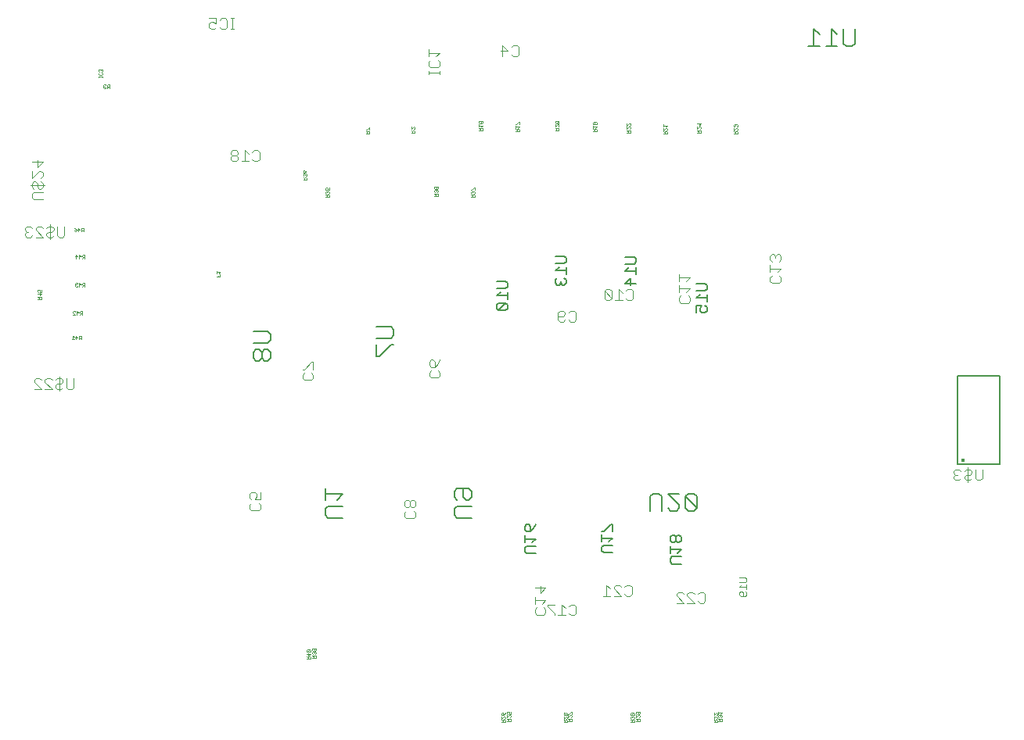
<source format=gbo>
G75*
%MOIN*%
%OFA0B0*%
%FSLAX25Y25*%
%IPPOS*%
%LPD*%
%AMOC8*
5,1,8,0,0,1.08239X$1,22.5*
%
%ADD10C,0.00400*%
%ADD11C,0.00100*%
%ADD12C,0.00500*%
%ADD13R,0.01575X0.01181*%
%ADD14C,0.00800*%
%ADD15C,0.00300*%
D10*
X0201881Y0213023D02*
X0201114Y0213790D01*
X0201114Y0215325D01*
X0201881Y0216092D01*
X0201881Y0217627D02*
X0202649Y0217627D01*
X0203416Y0218394D01*
X0203416Y0219929D01*
X0202649Y0220696D01*
X0201881Y0220696D01*
X0201114Y0219929D01*
X0201114Y0218394D01*
X0201881Y0217627D01*
X0203416Y0218394D02*
X0204183Y0217627D01*
X0204950Y0217627D01*
X0205718Y0218394D01*
X0205718Y0219929D01*
X0204950Y0220696D01*
X0204183Y0220696D01*
X0203416Y0219929D01*
X0204950Y0216092D02*
X0205718Y0215325D01*
X0205718Y0213790D01*
X0204950Y0213023D01*
X0201881Y0213023D01*
X0256614Y0183283D02*
X0261218Y0183283D01*
X0258916Y0180981D01*
X0258916Y0184050D01*
X0256614Y0179446D02*
X0256614Y0176377D01*
X0256614Y0177911D02*
X0261218Y0177911D01*
X0259683Y0176377D01*
X0260450Y0174842D02*
X0261218Y0174075D01*
X0261218Y0172540D01*
X0260450Y0171773D01*
X0257381Y0171773D01*
X0256614Y0172540D01*
X0256614Y0174075D01*
X0257381Y0174842D01*
X0261937Y0175359D02*
X0261937Y0176127D01*
X0265006Y0176127D01*
X0268075Y0176127D02*
X0268075Y0171523D01*
X0266541Y0171523D02*
X0269610Y0171523D01*
X0271145Y0172290D02*
X0271912Y0171523D01*
X0273447Y0171523D01*
X0274214Y0172290D01*
X0274214Y0175359D01*
X0273447Y0176127D01*
X0271912Y0176127D01*
X0271145Y0175359D01*
X0269610Y0174592D02*
X0268075Y0176127D01*
X0265006Y0172290D02*
X0261937Y0175359D01*
X0265006Y0172290D02*
X0265006Y0171523D01*
X0285687Y0179773D02*
X0288756Y0179773D01*
X0287221Y0179773D02*
X0287221Y0184377D01*
X0288756Y0182842D01*
X0290291Y0182842D02*
X0290291Y0183609D01*
X0291058Y0184377D01*
X0292593Y0184377D01*
X0293360Y0183609D01*
X0294895Y0183609D02*
X0295662Y0184377D01*
X0297197Y0184377D01*
X0297964Y0183609D01*
X0297964Y0180540D01*
X0297197Y0179773D01*
X0295662Y0179773D01*
X0294895Y0180540D01*
X0293360Y0179773D02*
X0290291Y0179773D01*
X0293360Y0179773D02*
X0290291Y0182842D01*
X0316937Y0180609D02*
X0316937Y0179842D01*
X0320006Y0176773D01*
X0316937Y0176773D01*
X0316937Y0180609D02*
X0317704Y0181377D01*
X0319239Y0181377D01*
X0320006Y0180609D01*
X0321541Y0180609D02*
X0321541Y0179842D01*
X0324610Y0176773D01*
X0321541Y0176773D01*
X0321541Y0180609D02*
X0322308Y0181377D01*
X0323843Y0181377D01*
X0324610Y0180609D01*
X0326145Y0180609D02*
X0326912Y0181377D01*
X0328447Y0181377D01*
X0329214Y0180609D01*
X0329214Y0177540D01*
X0328447Y0176773D01*
X0326912Y0176773D01*
X0326145Y0177540D01*
X0216218Y0273582D02*
X0215450Y0272815D01*
X0212381Y0272815D01*
X0211614Y0273582D01*
X0211614Y0275117D01*
X0212381Y0275884D01*
X0212381Y0277419D02*
X0211614Y0278186D01*
X0211614Y0279721D01*
X0212381Y0280488D01*
X0213149Y0280488D01*
X0213916Y0279721D01*
X0213916Y0277419D01*
X0212381Y0277419D01*
X0213916Y0277419D02*
X0215450Y0278954D01*
X0216218Y0280488D01*
X0215450Y0275884D02*
X0216218Y0275117D01*
X0216218Y0273582D01*
X0266499Y0297540D02*
X0267266Y0296773D01*
X0268801Y0296773D01*
X0269568Y0297540D01*
X0271102Y0297540D02*
X0271870Y0296773D01*
X0273404Y0296773D01*
X0274172Y0297540D01*
X0274172Y0300609D01*
X0273404Y0301377D01*
X0271870Y0301377D01*
X0271102Y0300609D01*
X0269568Y0300609D02*
X0269568Y0299842D01*
X0268801Y0299075D01*
X0266499Y0299075D01*
X0266499Y0300609D02*
X0267266Y0301377D01*
X0268801Y0301377D01*
X0269568Y0300609D01*
X0266499Y0300609D02*
X0266499Y0297540D01*
X0286249Y0306790D02*
X0287016Y0306023D01*
X0288551Y0306023D01*
X0289318Y0306790D01*
X0286249Y0309859D01*
X0286249Y0306790D01*
X0289318Y0306790D02*
X0289318Y0309859D01*
X0288551Y0310627D01*
X0287016Y0310627D01*
X0286249Y0309859D01*
X0290852Y0306023D02*
X0293922Y0306023D01*
X0292387Y0306023D02*
X0292387Y0310627D01*
X0293922Y0309092D01*
X0295456Y0309859D02*
X0296224Y0310627D01*
X0297758Y0310627D01*
X0298526Y0309859D01*
X0298526Y0306790D01*
X0297758Y0306023D01*
X0296224Y0306023D01*
X0295456Y0306790D01*
X0318114Y0307075D02*
X0318881Y0307842D01*
X0318114Y0307075D02*
X0318114Y0305540D01*
X0318881Y0304773D01*
X0321950Y0304773D01*
X0322718Y0305540D01*
X0322718Y0307075D01*
X0321950Y0307842D01*
X0321183Y0309377D02*
X0322718Y0310911D01*
X0318114Y0310911D01*
X0318114Y0309377D02*
X0318114Y0312446D01*
X0318114Y0313981D02*
X0318114Y0317050D01*
X0318114Y0315515D02*
X0322718Y0315515D01*
X0321183Y0313981D01*
X0356864Y0313978D02*
X0356864Y0315513D01*
X0357631Y0316280D01*
X0356864Y0317815D02*
X0356864Y0320884D01*
X0356864Y0319350D02*
X0361468Y0319350D01*
X0359933Y0317815D01*
X0360700Y0316280D02*
X0361468Y0315513D01*
X0361468Y0313978D01*
X0360700Y0313211D01*
X0357631Y0313211D01*
X0356864Y0313978D01*
X0357631Y0322419D02*
X0356864Y0323186D01*
X0356864Y0324721D01*
X0357631Y0325488D01*
X0358399Y0325488D01*
X0359166Y0324721D01*
X0359166Y0323954D01*
X0359166Y0324721D02*
X0359933Y0325488D01*
X0360700Y0325488D01*
X0361468Y0324721D01*
X0361468Y0323186D01*
X0360700Y0322419D01*
X0441182Y0234528D02*
X0441182Y0228389D01*
X0440415Y0229157D02*
X0439648Y0229924D01*
X0439648Y0230691D01*
X0440415Y0231459D01*
X0441950Y0231459D01*
X0442717Y0232226D01*
X0442717Y0232993D01*
X0441950Y0233761D01*
X0440415Y0233761D01*
X0439648Y0232993D01*
X0438113Y0232993D02*
X0437346Y0233761D01*
X0435811Y0233761D01*
X0435044Y0232993D01*
X0435044Y0232226D01*
X0435811Y0231459D01*
X0435044Y0230691D01*
X0435044Y0229924D01*
X0435811Y0229157D01*
X0437346Y0229157D01*
X0438113Y0229924D01*
X0436578Y0231459D02*
X0435811Y0231459D01*
X0440415Y0229157D02*
X0441950Y0229157D01*
X0442717Y0229924D01*
X0444252Y0229924D02*
X0444252Y0233761D01*
X0447321Y0233761D02*
X0447321Y0229924D01*
X0446554Y0229157D01*
X0445019Y0229157D01*
X0444252Y0229924D01*
X0249714Y0410790D02*
X0248947Y0410023D01*
X0247412Y0410023D01*
X0246645Y0410790D01*
X0245110Y0412325D02*
X0242041Y0412325D01*
X0242808Y0414627D02*
X0245110Y0412325D01*
X0246645Y0413859D02*
X0247412Y0414627D01*
X0248947Y0414627D01*
X0249714Y0413859D01*
X0249714Y0410790D01*
X0242808Y0410023D02*
X0242808Y0414627D01*
X0216010Y0411402D02*
X0211407Y0411402D01*
X0211407Y0409868D02*
X0211407Y0412937D01*
X0214476Y0409868D02*
X0216010Y0411402D01*
X0215243Y0408333D02*
X0216010Y0407566D01*
X0216010Y0406031D01*
X0215243Y0405264D01*
X0212174Y0405264D01*
X0211407Y0406031D01*
X0211407Y0407566D01*
X0212174Y0408333D01*
X0211407Y0403729D02*
X0211407Y0402194D01*
X0211407Y0402962D02*
X0216010Y0402962D01*
X0216010Y0403729D02*
X0216010Y0402194D01*
X0139276Y0369109D02*
X0139276Y0366040D01*
X0138508Y0365273D01*
X0136974Y0365273D01*
X0136206Y0366040D01*
X0134672Y0365273D02*
X0131602Y0365273D01*
X0133137Y0365273D02*
X0133137Y0369877D01*
X0134672Y0368342D01*
X0136206Y0369109D02*
X0136974Y0369877D01*
X0138508Y0369877D01*
X0139276Y0369109D01*
X0130068Y0369109D02*
X0130068Y0368342D01*
X0129301Y0367575D01*
X0127766Y0367575D01*
X0126999Y0366807D01*
X0126999Y0366040D01*
X0127766Y0365273D01*
X0129301Y0365273D01*
X0130068Y0366040D01*
X0130068Y0366807D01*
X0129301Y0367575D01*
X0127766Y0367575D02*
X0126999Y0368342D01*
X0126999Y0369109D01*
X0127766Y0369877D01*
X0129301Y0369877D01*
X0130068Y0369109D01*
X0128568Y0421582D02*
X0127033Y0421582D01*
X0127801Y0421582D02*
X0127801Y0426186D01*
X0128568Y0426186D02*
X0127033Y0426186D01*
X0125499Y0425419D02*
X0125499Y0422349D01*
X0124731Y0421582D01*
X0123197Y0421582D01*
X0122429Y0422349D01*
X0120895Y0422349D02*
X0120127Y0421582D01*
X0118593Y0421582D01*
X0117825Y0422349D01*
X0117825Y0423884D01*
X0118593Y0424651D01*
X0119360Y0424651D01*
X0120895Y0423884D01*
X0120895Y0426186D01*
X0117825Y0426186D01*
X0122429Y0425419D02*
X0123197Y0426186D01*
X0124731Y0426186D01*
X0125499Y0425419D01*
X0046968Y0364971D02*
X0044666Y0362669D01*
X0044666Y0365738D01*
X0042364Y0364971D02*
X0046968Y0364971D01*
X0046200Y0361134D02*
X0046968Y0360367D01*
X0046968Y0358832D01*
X0046200Y0358065D01*
X0046200Y0356530D02*
X0046968Y0355763D01*
X0046968Y0354228D01*
X0046200Y0353461D01*
X0045433Y0353461D01*
X0044666Y0354228D01*
X0044666Y0355763D01*
X0043899Y0356530D01*
X0043131Y0356530D01*
X0042364Y0355763D01*
X0042364Y0354228D01*
X0043131Y0353461D01*
X0043131Y0351926D02*
X0046968Y0351926D01*
X0046968Y0348857D02*
X0043131Y0348857D01*
X0042364Y0349624D01*
X0042364Y0351159D01*
X0043131Y0351926D01*
X0041597Y0354996D02*
X0047735Y0354996D01*
X0042364Y0358065D02*
X0045433Y0361134D01*
X0046200Y0361134D01*
X0042364Y0361134D02*
X0042364Y0358065D01*
X0041635Y0337377D02*
X0040100Y0337377D01*
X0039333Y0336609D01*
X0039333Y0335842D01*
X0040100Y0335075D01*
X0039333Y0334307D01*
X0039333Y0333540D01*
X0040100Y0332773D01*
X0041635Y0332773D01*
X0042402Y0333540D01*
X0043937Y0332773D02*
X0047006Y0332773D01*
X0043937Y0335842D01*
X0043937Y0336609D01*
X0044704Y0337377D01*
X0046239Y0337377D01*
X0047006Y0336609D01*
X0048541Y0336609D02*
X0049308Y0337377D01*
X0050843Y0337377D01*
X0051610Y0336609D01*
X0051610Y0335842D01*
X0050843Y0335075D01*
X0049308Y0335075D01*
X0048541Y0334307D01*
X0048541Y0333540D01*
X0049308Y0332773D01*
X0050843Y0332773D01*
X0051610Y0333540D01*
X0053145Y0333540D02*
X0053145Y0337377D01*
X0056214Y0337377D02*
X0056214Y0333540D01*
X0055447Y0332773D01*
X0053912Y0332773D01*
X0053145Y0333540D01*
X0050075Y0332006D02*
X0050075Y0338144D01*
X0042402Y0336609D02*
X0041635Y0337377D01*
X0040867Y0335075D02*
X0040100Y0335075D01*
X0053991Y0273394D02*
X0053991Y0267256D01*
X0053224Y0268023D02*
X0052456Y0268790D01*
X0052456Y0269557D01*
X0053224Y0270325D01*
X0054758Y0270325D01*
X0055526Y0271092D01*
X0055526Y0271859D01*
X0054758Y0272627D01*
X0053224Y0272627D01*
X0052456Y0271859D01*
X0050922Y0271859D02*
X0050154Y0272627D01*
X0048620Y0272627D01*
X0047852Y0271859D01*
X0047852Y0271092D01*
X0050922Y0268023D01*
X0047852Y0268023D01*
X0046318Y0268023D02*
X0043249Y0271092D01*
X0043249Y0271859D01*
X0044016Y0272627D01*
X0045551Y0272627D01*
X0046318Y0271859D01*
X0046318Y0268023D02*
X0043249Y0268023D01*
X0053224Y0268023D02*
X0054758Y0268023D01*
X0055526Y0268790D01*
X0057060Y0268790D02*
X0057828Y0268023D01*
X0059362Y0268023D01*
X0060130Y0268790D01*
X0060130Y0272627D01*
X0057060Y0272627D02*
X0057060Y0268790D01*
X0135114Y0223221D02*
X0135114Y0221686D01*
X0135881Y0220919D01*
X0135881Y0219384D02*
X0135114Y0218617D01*
X0135114Y0217082D01*
X0135881Y0216315D01*
X0138950Y0216315D01*
X0139718Y0217082D01*
X0139718Y0218617D01*
X0138950Y0219384D01*
X0139718Y0220919D02*
X0137416Y0220919D01*
X0138183Y0222454D01*
X0138183Y0223221D01*
X0137416Y0223988D01*
X0135881Y0223988D01*
X0135114Y0223221D01*
X0139718Y0223988D02*
X0139718Y0220919D01*
X0158381Y0271815D02*
X0157614Y0272582D01*
X0157614Y0274117D01*
X0158381Y0274884D01*
X0158381Y0276419D02*
X0157614Y0276419D01*
X0158381Y0276419D02*
X0161450Y0279488D01*
X0162218Y0279488D01*
X0162218Y0276419D01*
X0161450Y0274884D02*
X0162218Y0274117D01*
X0162218Y0272582D01*
X0161450Y0271815D01*
X0158381Y0271815D01*
D11*
X0159464Y0152873D02*
X0160965Y0152873D01*
X0160965Y0153623D01*
X0160715Y0153874D01*
X0160215Y0153874D01*
X0159964Y0153623D01*
X0159964Y0152873D01*
X0159964Y0153373D02*
X0159464Y0153874D01*
X0160215Y0154346D02*
X0160215Y0155347D01*
X0160715Y0155819D02*
X0160965Y0156070D01*
X0160965Y0156570D01*
X0160715Y0156820D01*
X0159714Y0155819D01*
X0159464Y0156070D01*
X0159464Y0156570D01*
X0159714Y0156820D01*
X0160715Y0156820D01*
X0160715Y0155819D02*
X0159714Y0155819D01*
X0159464Y0155097D02*
X0160965Y0155097D01*
X0160215Y0154346D01*
X0161864Y0154454D02*
X0162364Y0153953D01*
X0162364Y0154204D02*
X0162364Y0153453D01*
X0161864Y0153453D02*
X0163365Y0153453D01*
X0163365Y0154204D01*
X0163115Y0154454D01*
X0162615Y0154454D01*
X0162364Y0154204D01*
X0162114Y0154926D02*
X0161864Y0155177D01*
X0161864Y0155677D01*
X0162114Y0155927D01*
X0162364Y0155927D01*
X0162615Y0155677D01*
X0162615Y0155427D01*
X0162615Y0155677D02*
X0162865Y0155927D01*
X0163115Y0155927D01*
X0163365Y0155677D01*
X0163365Y0155177D01*
X0163115Y0154926D01*
X0163115Y0156400D02*
X0162865Y0156400D01*
X0162615Y0156650D01*
X0162615Y0157400D01*
X0163115Y0157400D02*
X0163365Y0157150D01*
X0163365Y0156650D01*
X0163115Y0156400D01*
X0163115Y0157400D02*
X0162114Y0157400D01*
X0161864Y0157150D01*
X0161864Y0156650D01*
X0162114Y0156400D01*
X0242464Y0129570D02*
X0242714Y0129820D01*
X0242964Y0129820D01*
X0243215Y0129570D01*
X0243215Y0128819D01*
X0242714Y0128819D01*
X0242464Y0129070D01*
X0242464Y0129570D01*
X0243215Y0128819D02*
X0243715Y0129320D01*
X0243965Y0129820D01*
X0244864Y0129650D02*
X0245114Y0129400D01*
X0244864Y0129650D02*
X0244864Y0130150D01*
X0245114Y0130400D01*
X0245615Y0130400D01*
X0245865Y0130150D01*
X0245865Y0129900D01*
X0245615Y0129400D01*
X0246365Y0129400D01*
X0246365Y0130400D01*
X0246115Y0128927D02*
X0246365Y0128677D01*
X0246365Y0128177D01*
X0246115Y0127926D01*
X0246115Y0127454D02*
X0245615Y0127454D01*
X0245364Y0127204D01*
X0245364Y0126453D01*
X0244864Y0126453D02*
X0246365Y0126453D01*
X0246365Y0127204D01*
X0246115Y0127454D01*
X0245364Y0126953D02*
X0244864Y0127454D01*
X0244864Y0127926D02*
X0245865Y0128927D01*
X0246115Y0128927D01*
X0244864Y0128927D02*
X0244864Y0127926D01*
X0243965Y0128097D02*
X0243965Y0127596D01*
X0243715Y0127346D01*
X0243715Y0126874D02*
X0243215Y0126874D01*
X0242964Y0126623D01*
X0242964Y0125873D01*
X0242464Y0125873D02*
X0243965Y0125873D01*
X0243965Y0126623D01*
X0243715Y0126874D01*
X0242964Y0126373D02*
X0242464Y0126874D01*
X0242464Y0127346D02*
X0243465Y0128347D01*
X0243715Y0128347D01*
X0243965Y0128097D01*
X0242464Y0128347D02*
X0242464Y0127346D01*
X0268964Y0127346D02*
X0269965Y0128347D01*
X0270215Y0128347D01*
X0270465Y0128097D01*
X0270465Y0127596D01*
X0270215Y0127346D01*
X0270215Y0126874D02*
X0269715Y0126874D01*
X0269464Y0126623D01*
X0269464Y0125873D01*
X0268964Y0125873D02*
X0270465Y0125873D01*
X0270465Y0126623D01*
X0270215Y0126874D01*
X0270864Y0126453D02*
X0272365Y0126453D01*
X0272365Y0127204D01*
X0272115Y0127454D01*
X0271615Y0127454D01*
X0271364Y0127204D01*
X0271364Y0126453D01*
X0271364Y0126953D02*
X0270864Y0127454D01*
X0270864Y0127926D02*
X0271865Y0128927D01*
X0272115Y0128927D01*
X0272365Y0128677D01*
X0272365Y0128177D01*
X0272115Y0127926D01*
X0270864Y0127926D02*
X0270864Y0128927D01*
X0270465Y0129070D02*
X0270465Y0129570D01*
X0270215Y0129820D01*
X0269965Y0129820D01*
X0269715Y0129570D01*
X0269715Y0129070D01*
X0269965Y0128819D01*
X0270215Y0128819D01*
X0270465Y0129070D01*
X0270864Y0129400D02*
X0271114Y0129400D01*
X0272115Y0130400D01*
X0272365Y0130400D01*
X0272365Y0129400D01*
X0269715Y0129570D02*
X0269464Y0129820D01*
X0269214Y0129820D01*
X0268964Y0129570D01*
X0268964Y0129070D01*
X0269214Y0128819D01*
X0269464Y0128819D01*
X0269715Y0129070D01*
X0268964Y0128347D02*
X0268964Y0127346D01*
X0268964Y0126874D02*
X0269464Y0126373D01*
X0297464Y0126874D02*
X0297964Y0126373D01*
X0297964Y0126623D02*
X0297964Y0125873D01*
X0297464Y0125873D02*
X0298965Y0125873D01*
X0298965Y0126623D01*
X0298715Y0126874D01*
X0298215Y0126874D01*
X0297964Y0126623D01*
X0297714Y0127346D02*
X0297464Y0127596D01*
X0297464Y0128097D01*
X0297714Y0128347D01*
X0297964Y0128347D01*
X0298215Y0128097D01*
X0298215Y0127847D01*
X0298215Y0128097D02*
X0298465Y0128347D01*
X0298715Y0128347D01*
X0298965Y0128097D01*
X0298965Y0127596D01*
X0298715Y0127346D01*
X0299864Y0127454D02*
X0300364Y0126953D01*
X0300364Y0127204D02*
X0300364Y0126453D01*
X0299864Y0126453D02*
X0301365Y0126453D01*
X0301365Y0127204D01*
X0301115Y0127454D01*
X0300615Y0127454D01*
X0300364Y0127204D01*
X0299864Y0127926D02*
X0300865Y0128927D01*
X0301115Y0128927D01*
X0301365Y0128677D01*
X0301365Y0128177D01*
X0301115Y0127926D01*
X0299864Y0127926D02*
X0299864Y0128927D01*
X0300114Y0129400D02*
X0299864Y0129650D01*
X0299864Y0130150D01*
X0300114Y0130400D01*
X0301115Y0130400D01*
X0301365Y0130150D01*
X0301365Y0129650D01*
X0301115Y0129400D01*
X0300865Y0129400D01*
X0300615Y0129650D01*
X0300615Y0130400D01*
X0298965Y0129570D02*
X0298715Y0129820D01*
X0297714Y0128819D01*
X0297464Y0129070D01*
X0297464Y0129570D01*
X0297714Y0129820D01*
X0298715Y0129820D01*
X0298965Y0129570D02*
X0298965Y0129070D01*
X0298715Y0128819D01*
X0297714Y0128819D01*
X0332964Y0128819D02*
X0333965Y0129820D01*
X0334215Y0129820D01*
X0334465Y0129570D01*
X0334465Y0129070D01*
X0334215Y0128819D01*
X0334215Y0128347D02*
X0333965Y0128347D01*
X0333715Y0128097D01*
X0333464Y0128347D01*
X0333214Y0128347D01*
X0332964Y0128097D01*
X0332964Y0127596D01*
X0333214Y0127346D01*
X0332964Y0126874D02*
X0333464Y0126373D01*
X0333464Y0126623D02*
X0333464Y0125873D01*
X0332964Y0125873D02*
X0334465Y0125873D01*
X0334465Y0126623D01*
X0334215Y0126874D01*
X0333715Y0126874D01*
X0333464Y0126623D01*
X0334215Y0127346D02*
X0334465Y0127596D01*
X0334465Y0128097D01*
X0334215Y0128347D01*
X0333715Y0128097D02*
X0333715Y0127847D01*
X0334864Y0128177D02*
X0335114Y0127926D01*
X0334864Y0128177D02*
X0334864Y0128677D01*
X0335114Y0128927D01*
X0335364Y0128927D01*
X0335615Y0128677D01*
X0335615Y0128427D01*
X0335615Y0128677D02*
X0335865Y0128927D01*
X0336115Y0128927D01*
X0336365Y0128677D01*
X0336365Y0128177D01*
X0336115Y0127926D01*
X0336115Y0127454D02*
X0335615Y0127454D01*
X0335364Y0127204D01*
X0335364Y0126453D01*
X0334864Y0126453D02*
X0336365Y0126453D01*
X0336365Y0127204D01*
X0336115Y0127454D01*
X0335364Y0126953D02*
X0334864Y0127454D01*
X0334864Y0129400D02*
X0334864Y0130400D01*
X0334864Y0129900D02*
X0336365Y0129900D01*
X0335865Y0129400D01*
X0332964Y0129820D02*
X0332964Y0128819D01*
X0122465Y0315873D02*
X0122465Y0316874D01*
X0121965Y0317346D02*
X0122465Y0317847D01*
X0120964Y0317847D01*
X0120964Y0318347D02*
X0120964Y0317346D01*
X0121715Y0316373D02*
X0121715Y0315873D01*
X0122465Y0315873D02*
X0120964Y0315873D01*
X0167464Y0349873D02*
X0168965Y0349873D01*
X0168965Y0350623D01*
X0168715Y0350874D01*
X0168215Y0350874D01*
X0167964Y0350623D01*
X0167964Y0349873D01*
X0167964Y0350373D02*
X0167464Y0350874D01*
X0167714Y0351346D02*
X0167464Y0351596D01*
X0167464Y0352097D01*
X0167714Y0352347D01*
X0167964Y0352347D01*
X0168215Y0352097D01*
X0168215Y0351847D01*
X0168215Y0352097D02*
X0168465Y0352347D01*
X0168715Y0352347D01*
X0168965Y0352097D01*
X0168965Y0351596D01*
X0168715Y0351346D01*
X0168965Y0352819D02*
X0168215Y0352819D01*
X0168465Y0353320D01*
X0168465Y0353570D01*
X0168215Y0353820D01*
X0167714Y0353820D01*
X0167464Y0353570D01*
X0167464Y0353070D01*
X0167714Y0352819D01*
X0168965Y0352819D02*
X0168965Y0353820D01*
X0159465Y0357373D02*
X0159465Y0358123D01*
X0159215Y0358374D01*
X0158715Y0358374D01*
X0158464Y0358123D01*
X0158464Y0357373D01*
X0157964Y0357373D02*
X0159465Y0357373D01*
X0158464Y0357873D02*
X0157964Y0358374D01*
X0158214Y0358846D02*
X0157964Y0359096D01*
X0157964Y0359597D01*
X0158214Y0359847D01*
X0158464Y0359847D01*
X0158715Y0359597D01*
X0158715Y0359347D01*
X0158715Y0359597D02*
X0158965Y0359847D01*
X0159215Y0359847D01*
X0159465Y0359597D01*
X0159465Y0359096D01*
X0159215Y0358846D01*
X0158715Y0360319D02*
X0158715Y0361070D01*
X0158464Y0361320D01*
X0158214Y0361320D01*
X0157964Y0361070D01*
X0157964Y0360570D01*
X0158214Y0360319D01*
X0158715Y0360319D01*
X0159215Y0360820D01*
X0159465Y0361320D01*
X0184714Y0377123D02*
X0186215Y0377123D01*
X0186215Y0377873D01*
X0185965Y0378124D01*
X0185465Y0378124D01*
X0185214Y0377873D01*
X0185214Y0377123D01*
X0185214Y0377623D02*
X0184714Y0378124D01*
X0184714Y0378596D02*
X0184964Y0378596D01*
X0185965Y0379597D01*
X0186215Y0379597D01*
X0186215Y0378596D01*
X0203964Y0378374D02*
X0204464Y0377873D01*
X0204464Y0378123D02*
X0204464Y0377373D01*
X0203964Y0377373D02*
X0205465Y0377373D01*
X0205465Y0378123D01*
X0205215Y0378374D01*
X0204715Y0378374D01*
X0204464Y0378123D01*
X0203964Y0378846D02*
X0204965Y0379847D01*
X0205215Y0379847D01*
X0205465Y0379597D01*
X0205465Y0379096D01*
X0205215Y0378846D01*
X0203964Y0378846D02*
X0203964Y0379847D01*
X0214114Y0354400D02*
X0213864Y0354150D01*
X0213864Y0353650D01*
X0214114Y0353400D01*
X0214364Y0353400D01*
X0214615Y0353650D01*
X0214615Y0354150D01*
X0214364Y0354400D01*
X0214114Y0354400D01*
X0214615Y0354150D02*
X0214865Y0354400D01*
X0215115Y0354400D01*
X0215365Y0354150D01*
X0215365Y0353650D01*
X0215115Y0353400D01*
X0214865Y0353400D01*
X0214615Y0353650D01*
X0214865Y0352927D02*
X0214615Y0352677D01*
X0214364Y0352927D01*
X0214114Y0352927D01*
X0213864Y0352677D01*
X0213864Y0352177D01*
X0214114Y0351926D01*
X0213864Y0351454D02*
X0214364Y0350953D01*
X0214364Y0351204D02*
X0214364Y0350453D01*
X0213864Y0350453D02*
X0215365Y0350453D01*
X0215365Y0351204D01*
X0215115Y0351454D01*
X0214615Y0351454D01*
X0214364Y0351204D01*
X0215115Y0351926D02*
X0215365Y0352177D01*
X0215365Y0352677D01*
X0215115Y0352927D01*
X0214865Y0352927D01*
X0214615Y0352677D02*
X0214615Y0352427D01*
X0229464Y0352097D02*
X0229464Y0351596D01*
X0229714Y0351346D01*
X0229464Y0350874D02*
X0229964Y0350373D01*
X0229964Y0350623D02*
X0229964Y0349873D01*
X0229464Y0349873D02*
X0230965Y0349873D01*
X0230965Y0350623D01*
X0230715Y0350874D01*
X0230215Y0350874D01*
X0229964Y0350623D01*
X0230715Y0351346D02*
X0230965Y0351596D01*
X0230965Y0352097D01*
X0230715Y0352347D01*
X0230465Y0352347D01*
X0230215Y0352097D01*
X0229964Y0352347D01*
X0229714Y0352347D01*
X0229464Y0352097D01*
X0229464Y0352819D02*
X0229714Y0352819D01*
X0230715Y0353820D01*
X0230965Y0353820D01*
X0230965Y0352819D01*
X0230215Y0352097D02*
X0230215Y0351847D01*
X0232864Y0378453D02*
X0234365Y0378453D01*
X0234365Y0379204D01*
X0234115Y0379454D01*
X0233615Y0379454D01*
X0233364Y0379204D01*
X0233364Y0378453D01*
X0233364Y0378953D02*
X0232864Y0379454D01*
X0232864Y0379926D02*
X0232864Y0380927D01*
X0232864Y0380427D02*
X0234365Y0380427D01*
X0233865Y0379926D01*
X0233865Y0381400D02*
X0234115Y0381400D01*
X0234365Y0381650D01*
X0234365Y0382150D01*
X0234115Y0382400D01*
X0233865Y0382400D01*
X0233615Y0382150D01*
X0233615Y0381650D01*
X0233865Y0381400D01*
X0233615Y0381650D02*
X0233364Y0381400D01*
X0233114Y0381400D01*
X0232864Y0381650D01*
X0232864Y0382150D01*
X0233114Y0382400D01*
X0233364Y0382400D01*
X0233615Y0382150D01*
X0248464Y0380819D02*
X0248714Y0380819D01*
X0249715Y0381820D01*
X0249965Y0381820D01*
X0249965Y0380819D01*
X0249965Y0379847D02*
X0248464Y0379847D01*
X0248464Y0380347D02*
X0248464Y0379346D01*
X0248464Y0378874D02*
X0248964Y0378373D01*
X0248964Y0378623D02*
X0248964Y0377873D01*
X0248464Y0377873D02*
X0249965Y0377873D01*
X0249965Y0378623D01*
X0249715Y0378874D01*
X0249215Y0378874D01*
X0248964Y0378623D01*
X0249465Y0379346D02*
X0249965Y0379847D01*
X0265364Y0379926D02*
X0266365Y0380927D01*
X0266615Y0380927D01*
X0266865Y0380677D01*
X0266865Y0380177D01*
X0266615Y0379926D01*
X0266615Y0379454D02*
X0266115Y0379454D01*
X0265864Y0379204D01*
X0265864Y0378453D01*
X0265364Y0378453D02*
X0266865Y0378453D01*
X0266865Y0379204D01*
X0266615Y0379454D01*
X0265864Y0378953D02*
X0265364Y0379454D01*
X0265364Y0379926D02*
X0265364Y0380927D01*
X0265614Y0381400D02*
X0266615Y0382400D01*
X0265614Y0382400D01*
X0265364Y0382150D01*
X0265364Y0381650D01*
X0265614Y0381400D01*
X0266615Y0381400D01*
X0266865Y0381650D01*
X0266865Y0382150D01*
X0266615Y0382400D01*
X0281464Y0381570D02*
X0281714Y0381820D01*
X0282715Y0381820D01*
X0282965Y0381570D01*
X0282965Y0381070D01*
X0282715Y0380819D01*
X0282465Y0380819D01*
X0282215Y0381070D01*
X0282215Y0381820D01*
X0281464Y0381570D02*
X0281464Y0381070D01*
X0281714Y0380819D01*
X0281464Y0380347D02*
X0281464Y0379346D01*
X0281464Y0378874D02*
X0281964Y0378373D01*
X0281964Y0378623D02*
X0281964Y0377873D01*
X0281464Y0377873D02*
X0282965Y0377873D01*
X0282965Y0378623D01*
X0282715Y0378874D01*
X0282215Y0378874D01*
X0281964Y0378623D01*
X0282465Y0379346D02*
X0282965Y0379847D01*
X0281464Y0379847D01*
X0295864Y0379927D02*
X0295864Y0378926D01*
X0296865Y0379927D01*
X0297115Y0379927D01*
X0297365Y0379677D01*
X0297365Y0379177D01*
X0297115Y0378926D01*
X0297115Y0378454D02*
X0296615Y0378454D01*
X0296364Y0378204D01*
X0296364Y0377453D01*
X0295864Y0377453D02*
X0297365Y0377453D01*
X0297365Y0378204D01*
X0297115Y0378454D01*
X0296364Y0377953D02*
X0295864Y0378454D01*
X0295864Y0380400D02*
X0296865Y0381400D01*
X0297115Y0381400D01*
X0297365Y0381150D01*
X0297365Y0380650D01*
X0297115Y0380400D01*
X0295864Y0380400D02*
X0295864Y0381400D01*
X0311464Y0380820D02*
X0311464Y0379819D01*
X0311464Y0379347D02*
X0311464Y0378346D01*
X0312465Y0379347D01*
X0312715Y0379347D01*
X0312965Y0379097D01*
X0312965Y0378596D01*
X0312715Y0378346D01*
X0312715Y0377874D02*
X0312215Y0377874D01*
X0311964Y0377623D01*
X0311964Y0376873D01*
X0311464Y0376873D02*
X0312965Y0376873D01*
X0312965Y0377623D01*
X0312715Y0377874D01*
X0311964Y0377373D02*
X0311464Y0377874D01*
X0312465Y0379819D02*
X0312965Y0380320D01*
X0311464Y0380320D01*
X0325864Y0379927D02*
X0325864Y0378926D01*
X0326865Y0379927D01*
X0327115Y0379927D01*
X0327365Y0379677D01*
X0327365Y0379177D01*
X0327115Y0378926D01*
X0327115Y0378454D02*
X0326615Y0378454D01*
X0326364Y0378204D01*
X0326364Y0377453D01*
X0325864Y0377453D02*
X0327365Y0377453D01*
X0327365Y0378204D01*
X0327115Y0378454D01*
X0326364Y0377953D02*
X0325864Y0378454D01*
X0326615Y0380400D02*
X0326615Y0381400D01*
X0327365Y0381150D02*
X0325864Y0381150D01*
X0326615Y0380400D02*
X0327365Y0381150D01*
X0341464Y0380570D02*
X0341464Y0380070D01*
X0341714Y0379819D01*
X0341464Y0379347D02*
X0341464Y0378346D01*
X0342465Y0379347D01*
X0342715Y0379347D01*
X0342965Y0379097D01*
X0342965Y0378596D01*
X0342715Y0378346D01*
X0342715Y0377874D02*
X0342215Y0377874D01*
X0341964Y0377623D01*
X0341964Y0376873D01*
X0341464Y0376873D02*
X0342965Y0376873D01*
X0342965Y0377623D01*
X0342715Y0377874D01*
X0341964Y0377373D02*
X0341464Y0377874D01*
X0342715Y0379819D02*
X0342965Y0380070D01*
X0342965Y0380570D01*
X0342715Y0380820D01*
X0342465Y0380820D01*
X0342215Y0380570D01*
X0341964Y0380820D01*
X0341714Y0380820D01*
X0341464Y0380570D01*
X0342215Y0380570D02*
X0342215Y0380320D01*
X0075364Y0396373D02*
X0075364Y0397874D01*
X0074613Y0397874D01*
X0074363Y0397624D01*
X0074363Y0397123D01*
X0074613Y0396873D01*
X0075364Y0396873D01*
X0074863Y0396873D02*
X0074363Y0396373D01*
X0073891Y0396623D02*
X0073640Y0396373D01*
X0073140Y0396373D01*
X0072890Y0396623D01*
X0072890Y0396873D01*
X0073140Y0397123D01*
X0073390Y0397123D01*
X0073140Y0397123D02*
X0072890Y0397374D01*
X0072890Y0397624D01*
X0073140Y0397874D01*
X0073640Y0397874D01*
X0073891Y0397624D01*
X0072365Y0400944D02*
X0072365Y0401445D01*
X0072365Y0401194D02*
X0070864Y0401194D01*
X0070864Y0400944D02*
X0070864Y0401445D01*
X0071114Y0401926D02*
X0070864Y0402177D01*
X0070864Y0402677D01*
X0071114Y0402927D01*
X0071114Y0403400D02*
X0070864Y0403650D01*
X0070864Y0404150D01*
X0071114Y0404400D01*
X0071364Y0404400D01*
X0071615Y0404150D01*
X0071615Y0403900D01*
X0071615Y0404150D02*
X0071865Y0404400D01*
X0072115Y0404400D01*
X0072365Y0404150D01*
X0072365Y0403650D01*
X0072115Y0403400D01*
X0072115Y0402927D02*
X0072365Y0402677D01*
X0072365Y0402177D01*
X0072115Y0401926D01*
X0071114Y0401926D01*
X0064284Y0336774D02*
X0063533Y0336774D01*
X0063283Y0336524D01*
X0063283Y0336023D01*
X0063533Y0335773D01*
X0064284Y0335773D01*
X0064284Y0335273D02*
X0064284Y0336774D01*
X0063783Y0335773D02*
X0063283Y0335273D01*
X0062810Y0336023D02*
X0061810Y0336023D01*
X0061337Y0336023D02*
X0060587Y0336023D01*
X0060336Y0335773D01*
X0060336Y0335523D01*
X0060587Y0335273D01*
X0061087Y0335273D01*
X0061337Y0335523D01*
X0061337Y0336023D01*
X0060837Y0336524D01*
X0060336Y0336774D01*
X0062060Y0336774D02*
X0062810Y0336023D01*
X0062060Y0335273D02*
X0062060Y0336774D01*
X0062560Y0325274D02*
X0063310Y0324523D01*
X0062310Y0324523D01*
X0061837Y0324523D02*
X0060836Y0324523D01*
X0061087Y0323773D02*
X0061087Y0325274D01*
X0061837Y0324523D01*
X0062560Y0323773D02*
X0062560Y0325274D01*
X0063783Y0325024D02*
X0063783Y0324523D01*
X0064033Y0324273D01*
X0064784Y0324273D01*
X0064784Y0323773D02*
X0064784Y0325274D01*
X0064033Y0325274D01*
X0063783Y0325024D01*
X0064283Y0324273D02*
X0063783Y0323773D01*
X0064033Y0313274D02*
X0063783Y0313024D01*
X0063783Y0312523D01*
X0064033Y0312273D01*
X0064784Y0312273D01*
X0064784Y0311773D02*
X0064784Y0313274D01*
X0064033Y0313274D01*
X0064283Y0312273D02*
X0063783Y0311773D01*
X0063310Y0312523D02*
X0062310Y0312523D01*
X0061837Y0312023D02*
X0061587Y0311773D01*
X0061087Y0311773D01*
X0060836Y0312023D01*
X0060836Y0312273D01*
X0061087Y0312523D01*
X0061337Y0312523D01*
X0061087Y0312523D02*
X0060836Y0312774D01*
X0060836Y0313024D01*
X0061087Y0313274D01*
X0061587Y0313274D01*
X0061837Y0313024D01*
X0062560Y0313274D02*
X0062560Y0311773D01*
X0063310Y0312523D02*
X0062560Y0313274D01*
X0063033Y0301274D02*
X0062783Y0301024D01*
X0062783Y0300523D01*
X0063033Y0300273D01*
X0063784Y0300273D01*
X0063784Y0299773D02*
X0063784Y0301274D01*
X0063033Y0301274D01*
X0063283Y0300273D02*
X0062783Y0299773D01*
X0062310Y0300523D02*
X0061310Y0300523D01*
X0060837Y0301024D02*
X0060587Y0301274D01*
X0060087Y0301274D01*
X0059836Y0301024D01*
X0059836Y0300774D01*
X0060837Y0299773D01*
X0059836Y0299773D01*
X0061560Y0299773D02*
X0061560Y0301274D01*
X0062310Y0300523D01*
X0062533Y0290774D02*
X0062283Y0290524D01*
X0062283Y0290023D01*
X0062533Y0289773D01*
X0063284Y0289773D01*
X0063284Y0289273D02*
X0063284Y0290774D01*
X0062533Y0290774D01*
X0062783Y0289773D02*
X0062283Y0289273D01*
X0061810Y0290023D02*
X0060810Y0290023D01*
X0060337Y0290274D02*
X0059837Y0290774D01*
X0059837Y0289273D01*
X0060337Y0289273D02*
X0059336Y0289273D01*
X0061060Y0289273D02*
X0061060Y0290774D01*
X0061810Y0290023D01*
X0046365Y0306453D02*
X0044864Y0306453D01*
X0045364Y0306453D02*
X0045364Y0307204D01*
X0045615Y0307454D01*
X0046115Y0307454D01*
X0046365Y0307204D01*
X0046365Y0306453D01*
X0045364Y0306953D02*
X0044864Y0307454D01*
X0045615Y0307926D02*
X0045615Y0308927D01*
X0045615Y0309400D02*
X0045865Y0309900D01*
X0045865Y0310150D01*
X0045615Y0310400D01*
X0045114Y0310400D01*
X0044864Y0310150D01*
X0044864Y0309650D01*
X0045114Y0309400D01*
X0045615Y0309400D02*
X0046365Y0309400D01*
X0046365Y0310400D01*
X0046365Y0308677D02*
X0045615Y0307926D01*
X0046365Y0308677D02*
X0044864Y0308677D01*
D12*
X0240410Y0307818D02*
X0244914Y0307818D01*
X0244914Y0309319D02*
X0244914Y0306316D01*
X0244163Y0304715D02*
X0241161Y0301712D01*
X0244163Y0301712D01*
X0244914Y0302463D01*
X0244914Y0303964D01*
X0244163Y0304715D01*
X0241161Y0304715D01*
X0240410Y0303964D01*
X0240410Y0302463D01*
X0241161Y0301712D01*
X0240410Y0307818D02*
X0241911Y0309319D01*
X0240410Y0310920D02*
X0244163Y0310920D01*
X0244914Y0311671D01*
X0244914Y0313172D01*
X0244163Y0313923D01*
X0240410Y0313923D01*
X0265410Y0313213D02*
X0266161Y0312462D01*
X0266911Y0312462D01*
X0267662Y0313213D01*
X0268413Y0312462D01*
X0269163Y0312462D01*
X0269914Y0313213D01*
X0269914Y0314714D01*
X0269163Y0315465D01*
X0269914Y0317066D02*
X0269914Y0320069D01*
X0269914Y0318568D02*
X0265410Y0318568D01*
X0266911Y0320069D01*
X0265410Y0321670D02*
X0269163Y0321670D01*
X0269914Y0322421D01*
X0269914Y0323922D01*
X0269163Y0324673D01*
X0265410Y0324673D01*
X0266161Y0315465D02*
X0265410Y0314714D01*
X0265410Y0313213D01*
X0267662Y0313213D02*
X0267662Y0313964D01*
X0295160Y0312963D02*
X0297412Y0315215D01*
X0297412Y0312212D01*
X0299664Y0312963D02*
X0295160Y0312963D01*
X0295160Y0318318D02*
X0299664Y0318318D01*
X0299664Y0319819D02*
X0299664Y0316816D01*
X0296661Y0319819D02*
X0295160Y0318318D01*
X0295160Y0321420D02*
X0298913Y0321420D01*
X0299664Y0322171D01*
X0299664Y0323672D01*
X0298913Y0324423D01*
X0295160Y0324423D01*
X0325410Y0312923D02*
X0329163Y0312923D01*
X0329914Y0312172D01*
X0329914Y0310671D01*
X0329163Y0309920D01*
X0325410Y0309920D01*
X0326911Y0308319D02*
X0325410Y0306818D01*
X0329914Y0306818D01*
X0329914Y0308319D02*
X0329914Y0305316D01*
X0329163Y0303715D02*
X0329914Y0302964D01*
X0329914Y0301463D01*
X0329163Y0300712D01*
X0327662Y0300712D01*
X0326911Y0301463D01*
X0326911Y0302214D01*
X0327662Y0303715D01*
X0325410Y0303715D01*
X0325410Y0300712D01*
X0289668Y0210433D02*
X0288917Y0210433D01*
X0285915Y0207431D01*
X0285164Y0207431D01*
X0285164Y0205829D02*
X0285164Y0202827D01*
X0285164Y0204328D02*
X0289668Y0204328D01*
X0288166Y0202827D01*
X0289668Y0201225D02*
X0285915Y0201225D01*
X0285164Y0200475D01*
X0285164Y0198973D01*
X0285915Y0198223D01*
X0289668Y0198223D01*
X0289668Y0207431D02*
X0289668Y0210433D01*
X0314414Y0204933D02*
X0314414Y0203431D01*
X0315165Y0202681D01*
X0315915Y0202681D01*
X0316666Y0203431D01*
X0316666Y0204933D01*
X0315915Y0205683D01*
X0315165Y0205683D01*
X0314414Y0204933D01*
X0316666Y0204933D02*
X0317416Y0205683D01*
X0318167Y0205683D01*
X0318918Y0204933D01*
X0318918Y0203431D01*
X0318167Y0202681D01*
X0317416Y0202681D01*
X0316666Y0203431D01*
X0314414Y0201079D02*
X0314414Y0198077D01*
X0314414Y0199578D02*
X0318918Y0199578D01*
X0317416Y0198077D01*
X0318918Y0196475D02*
X0315165Y0196475D01*
X0314414Y0195725D01*
X0314414Y0194223D01*
X0315165Y0193473D01*
X0318918Y0193473D01*
X0256918Y0197973D02*
X0253165Y0197973D01*
X0252414Y0198723D01*
X0252414Y0200225D01*
X0253165Y0200975D01*
X0256918Y0200975D01*
X0255416Y0202577D02*
X0256918Y0204078D01*
X0252414Y0204078D01*
X0252414Y0202577D02*
X0252414Y0205579D01*
X0253165Y0207181D02*
X0252414Y0207931D01*
X0252414Y0209433D01*
X0253165Y0210183D01*
X0253915Y0210183D01*
X0254666Y0209433D01*
X0254666Y0207181D01*
X0253165Y0207181D01*
X0254666Y0207181D02*
X0256167Y0208682D01*
X0256918Y0210183D01*
X0436859Y0235925D02*
X0454575Y0235925D01*
X0454575Y0273720D01*
X0436859Y0273720D01*
X0436859Y0235925D01*
D13*
X0439221Y0237697D03*
D14*
X0325752Y0222188D02*
X0325752Y0217251D01*
X0320815Y0222188D01*
X0322049Y0223423D01*
X0324518Y0223423D01*
X0325752Y0222188D01*
X0325752Y0217251D02*
X0324518Y0216017D01*
X0322049Y0216017D01*
X0320815Y0217251D01*
X0320815Y0222188D01*
X0318202Y0223423D02*
X0313264Y0223423D01*
X0318202Y0218485D01*
X0318202Y0217251D01*
X0316967Y0216017D01*
X0314499Y0216017D01*
X0313264Y0217251D01*
X0310651Y0216017D02*
X0310651Y0222188D01*
X0309417Y0223423D01*
X0306948Y0223423D01*
X0305714Y0222188D01*
X0305714Y0216017D01*
X0229720Y0218060D02*
X0223548Y0218060D01*
X0222314Y0216826D01*
X0222314Y0214357D01*
X0223548Y0213123D01*
X0229720Y0213123D01*
X0228486Y0220673D02*
X0227251Y0220673D01*
X0226017Y0221908D01*
X0226017Y0225611D01*
X0223548Y0225611D02*
X0228486Y0225611D01*
X0229720Y0224376D01*
X0229720Y0221908D01*
X0228486Y0220673D01*
X0223548Y0220673D02*
X0222314Y0221908D01*
X0222314Y0224376D01*
X0223548Y0225611D01*
X0174720Y0223142D02*
X0167314Y0223142D01*
X0167314Y0220673D02*
X0167314Y0225611D01*
X0172251Y0220673D02*
X0174720Y0223142D01*
X0174720Y0218060D02*
X0168548Y0218060D01*
X0167314Y0216826D01*
X0167314Y0214357D01*
X0168548Y0213123D01*
X0174720Y0213123D01*
X0189108Y0282035D02*
X0190342Y0282035D01*
X0195279Y0286972D01*
X0196514Y0286972D01*
X0195279Y0289585D02*
X0189108Y0289585D01*
X0189108Y0286972D02*
X0189108Y0282035D01*
X0195279Y0289585D02*
X0196514Y0290820D01*
X0196514Y0293288D01*
X0195279Y0294523D01*
X0189108Y0294523D01*
X0144014Y0291288D02*
X0144014Y0288820D01*
X0142779Y0287585D01*
X0136608Y0287585D01*
X0137842Y0284972D02*
X0139076Y0284972D01*
X0140311Y0283738D01*
X0140311Y0281269D01*
X0141545Y0280035D01*
X0142779Y0280035D01*
X0144014Y0281269D01*
X0144014Y0283738D01*
X0142779Y0284972D01*
X0141545Y0284972D01*
X0140311Y0283738D01*
X0140311Y0281269D02*
X0139076Y0280035D01*
X0137842Y0280035D01*
X0136608Y0281269D01*
X0136608Y0283738D01*
X0137842Y0284972D01*
X0136608Y0292523D02*
X0142779Y0292523D01*
X0144014Y0291288D01*
X0373075Y0414223D02*
X0378013Y0414223D01*
X0375544Y0414223D02*
X0375544Y0421629D01*
X0378013Y0419160D01*
X0380626Y0414223D02*
X0385563Y0414223D01*
X0383095Y0414223D02*
X0383095Y0421629D01*
X0385563Y0419160D01*
X0388176Y0421629D02*
X0388176Y0415457D01*
X0389411Y0414223D01*
X0391879Y0414223D01*
X0393114Y0415457D01*
X0393114Y0421629D01*
D15*
X0346280Y0187523D02*
X0346764Y0187039D01*
X0346764Y0186072D01*
X0346280Y0185588D01*
X0343861Y0185588D01*
X0344829Y0184576D02*
X0343861Y0183609D01*
X0346764Y0183609D01*
X0346764Y0184576D02*
X0346764Y0182641D01*
X0346280Y0181630D02*
X0346764Y0181146D01*
X0346764Y0180179D01*
X0346280Y0179695D01*
X0344345Y0179695D01*
X0343861Y0180179D01*
X0343861Y0181146D01*
X0344345Y0181630D01*
X0344829Y0181630D01*
X0345313Y0181146D01*
X0345313Y0179695D01*
X0346280Y0187523D02*
X0343861Y0187523D01*
M02*

</source>
